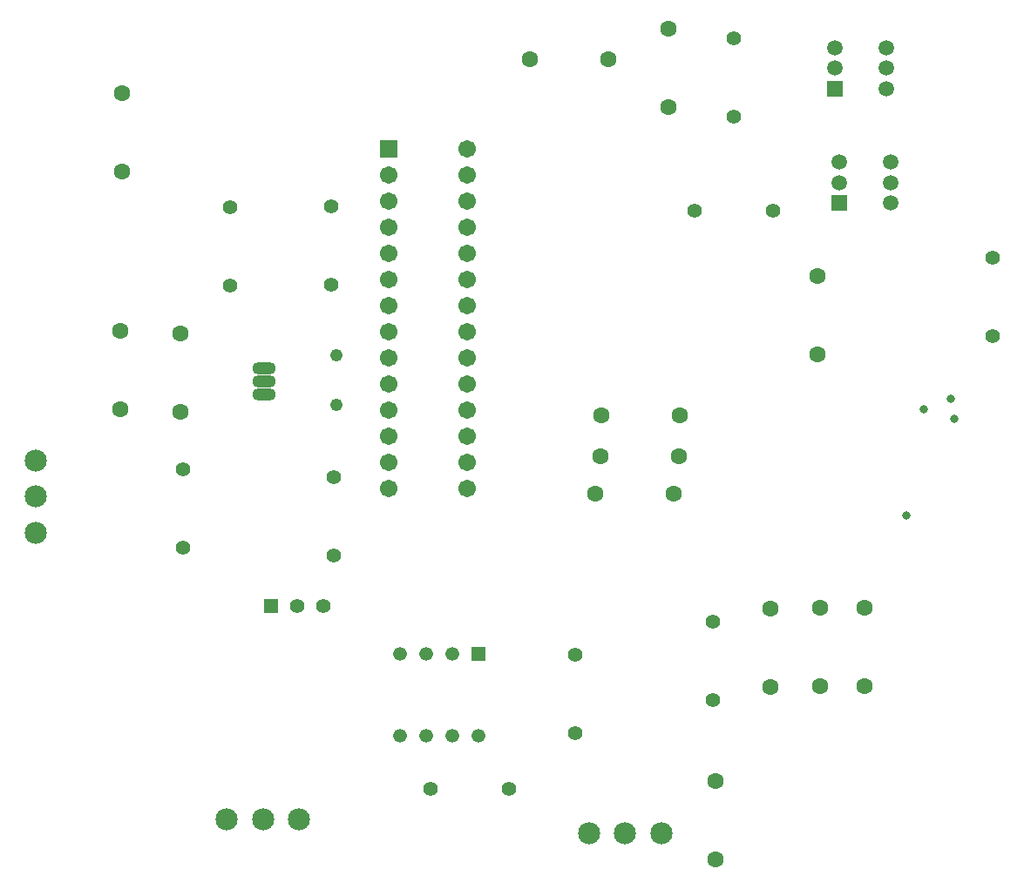
<source format=gbs>
G04*
G04 #@! TF.GenerationSoftware,Altium Limited,Altium Designer,22.1.2 (22)*
G04*
G04 Layer_Color=16711935*
%FSLAX43Y43*%
%MOMM*%
G71*
G04*
G04 #@! TF.SameCoordinates,3CF973F3-9CBB-499E-A860-84B5D62188FF*
G04*
G04*
G04 #@! TF.FilePolarity,Negative*
G04*
G01*
G75*
%ADD27R,1.333X1.333*%
%ADD28C,1.333*%
%ADD29R,1.403X1.403*%
%ADD30C,1.403*%
%ADD31C,2.153*%
%ADD32C,1.603*%
%ADD33C,1.233*%
%ADD34R,1.702X1.702*%
%ADD35C,1.702*%
%ADD36O,2.283X1.243*%
%ADD37C,1.511*%
%ADD38R,1.511X1.511*%
%ADD39C,0.803*%
D27*
X49172Y22182D02*
D03*
D28*
X46632D02*
D03*
X44092D02*
D03*
X41552D02*
D03*
Y14242D02*
D03*
X44092D02*
D03*
X46632D02*
D03*
X49172D02*
D03*
D29*
X28979Y26848D02*
D03*
D30*
X31519D02*
D03*
X34059D02*
D03*
X44473Y9068D02*
D03*
X52093D02*
D03*
X58570Y22149D02*
D03*
Y14529D02*
D03*
X71905Y17704D02*
D03*
Y25324D02*
D03*
X99083Y53137D02*
D03*
Y60757D02*
D03*
X35075Y39421D02*
D03*
Y31801D02*
D03*
X34821Y58090D02*
D03*
Y65710D02*
D03*
X25000Y65620D02*
D03*
Y58000D02*
D03*
X20470Y40183D02*
D03*
Y32563D02*
D03*
X70127Y65329D02*
D03*
X77747D02*
D03*
X73937Y82093D02*
D03*
Y74473D02*
D03*
D31*
X63396Y4750D02*
D03*
X59896D02*
D03*
X66896D02*
D03*
X6119Y37516D02*
D03*
Y34016D02*
D03*
Y41016D02*
D03*
X28217Y6147D02*
D03*
X24717D02*
D03*
X31717D02*
D03*
D32*
X72159Y2210D02*
D03*
Y9830D02*
D03*
X82065Y51359D02*
D03*
Y58979D02*
D03*
X14501Y76759D02*
D03*
Y69139D02*
D03*
X68603Y41453D02*
D03*
X60983D02*
D03*
X14374Y53645D02*
D03*
Y46025D02*
D03*
X68095Y37770D02*
D03*
X60475D02*
D03*
X20216Y45771D02*
D03*
Y53391D02*
D03*
X68730Y45390D02*
D03*
X61110D02*
D03*
X86637Y26721D02*
D03*
Y19101D02*
D03*
X82319Y26721D02*
D03*
Y19101D02*
D03*
X77493Y26594D02*
D03*
Y18974D02*
D03*
X67587Y82982D02*
D03*
Y75362D02*
D03*
X61810Y80000D02*
D03*
X54190D02*
D03*
D33*
X35329Y46406D02*
D03*
Y51286D02*
D03*
D34*
X40409Y71298D02*
D03*
D35*
Y68758D02*
D03*
Y66218D02*
D03*
Y63678D02*
D03*
Y61138D02*
D03*
Y58598D02*
D03*
Y56058D02*
D03*
Y53518D02*
D03*
Y50978D02*
D03*
Y48438D02*
D03*
Y45898D02*
D03*
Y43358D02*
D03*
Y40818D02*
D03*
Y38278D02*
D03*
X48029D02*
D03*
Y40818D02*
D03*
Y43358D02*
D03*
Y45898D02*
D03*
Y48438D02*
D03*
Y50978D02*
D03*
Y53518D02*
D03*
Y56058D02*
D03*
Y58598D02*
D03*
Y61138D02*
D03*
Y63678D02*
D03*
Y66218D02*
D03*
Y68758D02*
D03*
Y71298D02*
D03*
D36*
X28344Y47422D02*
D03*
Y48692D02*
D03*
Y49962D02*
D03*
D37*
X89177Y66028D02*
D03*
Y68028D02*
D03*
Y70028D02*
D03*
X84177Y68028D02*
D03*
Y70028D02*
D03*
X88796Y77172D02*
D03*
Y79172D02*
D03*
Y81172D02*
D03*
X83796Y79172D02*
D03*
Y81172D02*
D03*
D38*
X84177Y66028D02*
D03*
X83796Y77172D02*
D03*
D39*
X90701Y35636D02*
D03*
X95082Y46978D02*
D03*
X92454Y45974D02*
D03*
X95425Y45034D02*
D03*
M02*

</source>
